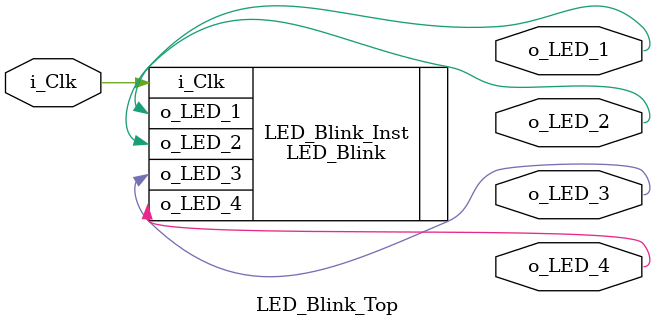
<source format=v>

module LED_Blink_Top (
  input i_Clk,
  output o_LED_1,
  output o_LED_2,
  output o_LED_3,
  output o_LED_4
);

  // Instantiate LED_Blink with hardware parameters
  // For 25 MHz clock operation
  LED_Blink #(
    .g_COUNT_10HZ(1250000),
    .g_COUNT_5HZ(2500000),
    .g_COUNT_2HZ(6250000),
    .g_COUNT_1HZ(12500000)
  ) LED_Blink_Inst (
    .i_Clk(i_Clk),
    .o_LED_1(o_LED_1),
    .o_LED_2(o_LED_2),
    .o_LED_3(o_LED_3),
    .o_LED_4(o_LED_4)
  );

endmodule

</source>
